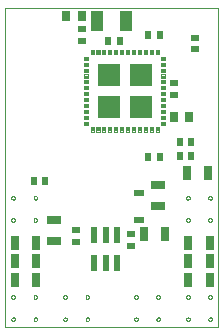
<source format=gbp>
G75*
%MOIN*%
%OFA0B0*%
%FSLAX25Y25*%
%IPPOS*%
%LPD*%
%AMOC8*
5,1,8,0,0,1.08239X$1,22.5*
%
%ADD10C,0.00000*%
%ADD11R,0.07520X0.07520*%
%ADD12C,0.00344*%
%ADD13R,0.02362X0.02756*%
%ADD14R,0.03937X0.06693*%
%ADD15R,0.02756X0.02362*%
%ADD16R,0.02756X0.03543*%
%ADD17R,0.03150X0.04724*%
%ADD18R,0.04724X0.03150*%
%ADD19R,0.02323X0.05709*%
%ADD20R,0.03268X0.02480*%
D10*
X0029368Y0021236D02*
X0029368Y0127535D01*
X0100234Y0127535D01*
X0100234Y0021236D01*
X0029368Y0021236D01*
X0031375Y0023835D02*
X0031377Y0023883D01*
X0031383Y0023931D01*
X0031393Y0023978D01*
X0031406Y0024024D01*
X0031424Y0024069D01*
X0031444Y0024113D01*
X0031469Y0024155D01*
X0031497Y0024194D01*
X0031527Y0024231D01*
X0031561Y0024265D01*
X0031598Y0024297D01*
X0031636Y0024326D01*
X0031677Y0024351D01*
X0031720Y0024373D01*
X0031765Y0024391D01*
X0031811Y0024405D01*
X0031858Y0024416D01*
X0031906Y0024423D01*
X0031954Y0024426D01*
X0032002Y0024425D01*
X0032050Y0024420D01*
X0032098Y0024411D01*
X0032144Y0024399D01*
X0032189Y0024382D01*
X0032233Y0024362D01*
X0032275Y0024339D01*
X0032315Y0024312D01*
X0032353Y0024282D01*
X0032388Y0024249D01*
X0032420Y0024213D01*
X0032450Y0024175D01*
X0032476Y0024134D01*
X0032498Y0024091D01*
X0032518Y0024047D01*
X0032533Y0024002D01*
X0032545Y0023955D01*
X0032553Y0023907D01*
X0032557Y0023859D01*
X0032557Y0023811D01*
X0032553Y0023763D01*
X0032545Y0023715D01*
X0032533Y0023668D01*
X0032518Y0023623D01*
X0032498Y0023579D01*
X0032476Y0023536D01*
X0032450Y0023495D01*
X0032420Y0023457D01*
X0032388Y0023421D01*
X0032353Y0023388D01*
X0032315Y0023358D01*
X0032275Y0023331D01*
X0032233Y0023308D01*
X0032189Y0023288D01*
X0032144Y0023271D01*
X0032098Y0023259D01*
X0032050Y0023250D01*
X0032002Y0023245D01*
X0031954Y0023244D01*
X0031906Y0023247D01*
X0031858Y0023254D01*
X0031811Y0023265D01*
X0031765Y0023279D01*
X0031720Y0023297D01*
X0031677Y0023319D01*
X0031636Y0023344D01*
X0031598Y0023373D01*
X0031561Y0023405D01*
X0031527Y0023439D01*
X0031497Y0023476D01*
X0031469Y0023515D01*
X0031444Y0023557D01*
X0031424Y0023601D01*
X0031406Y0023646D01*
X0031393Y0023692D01*
X0031383Y0023739D01*
X0031377Y0023787D01*
X0031375Y0023835D01*
X0031375Y0031236D02*
X0031377Y0031284D01*
X0031383Y0031332D01*
X0031393Y0031379D01*
X0031406Y0031425D01*
X0031424Y0031470D01*
X0031444Y0031514D01*
X0031469Y0031556D01*
X0031497Y0031595D01*
X0031527Y0031632D01*
X0031561Y0031666D01*
X0031598Y0031698D01*
X0031636Y0031727D01*
X0031677Y0031752D01*
X0031720Y0031774D01*
X0031765Y0031792D01*
X0031811Y0031806D01*
X0031858Y0031817D01*
X0031906Y0031824D01*
X0031954Y0031827D01*
X0032002Y0031826D01*
X0032050Y0031821D01*
X0032098Y0031812D01*
X0032144Y0031800D01*
X0032189Y0031783D01*
X0032233Y0031763D01*
X0032275Y0031740D01*
X0032315Y0031713D01*
X0032353Y0031683D01*
X0032388Y0031650D01*
X0032420Y0031614D01*
X0032450Y0031576D01*
X0032476Y0031535D01*
X0032498Y0031492D01*
X0032518Y0031448D01*
X0032533Y0031403D01*
X0032545Y0031356D01*
X0032553Y0031308D01*
X0032557Y0031260D01*
X0032557Y0031212D01*
X0032553Y0031164D01*
X0032545Y0031116D01*
X0032533Y0031069D01*
X0032518Y0031024D01*
X0032498Y0030980D01*
X0032476Y0030937D01*
X0032450Y0030896D01*
X0032420Y0030858D01*
X0032388Y0030822D01*
X0032353Y0030789D01*
X0032315Y0030759D01*
X0032275Y0030732D01*
X0032233Y0030709D01*
X0032189Y0030689D01*
X0032144Y0030672D01*
X0032098Y0030660D01*
X0032050Y0030651D01*
X0032002Y0030646D01*
X0031954Y0030645D01*
X0031906Y0030648D01*
X0031858Y0030655D01*
X0031811Y0030666D01*
X0031765Y0030680D01*
X0031720Y0030698D01*
X0031677Y0030720D01*
X0031636Y0030745D01*
X0031598Y0030774D01*
X0031561Y0030806D01*
X0031527Y0030840D01*
X0031497Y0030877D01*
X0031469Y0030916D01*
X0031444Y0030958D01*
X0031424Y0031002D01*
X0031406Y0031047D01*
X0031393Y0031093D01*
X0031383Y0031140D01*
X0031377Y0031188D01*
X0031375Y0031236D01*
X0038777Y0031236D02*
X0038779Y0031284D01*
X0038785Y0031332D01*
X0038795Y0031379D01*
X0038808Y0031425D01*
X0038826Y0031470D01*
X0038846Y0031514D01*
X0038871Y0031556D01*
X0038899Y0031595D01*
X0038929Y0031632D01*
X0038963Y0031666D01*
X0039000Y0031698D01*
X0039038Y0031727D01*
X0039079Y0031752D01*
X0039122Y0031774D01*
X0039167Y0031792D01*
X0039213Y0031806D01*
X0039260Y0031817D01*
X0039308Y0031824D01*
X0039356Y0031827D01*
X0039404Y0031826D01*
X0039452Y0031821D01*
X0039500Y0031812D01*
X0039546Y0031800D01*
X0039591Y0031783D01*
X0039635Y0031763D01*
X0039677Y0031740D01*
X0039717Y0031713D01*
X0039755Y0031683D01*
X0039790Y0031650D01*
X0039822Y0031614D01*
X0039852Y0031576D01*
X0039878Y0031535D01*
X0039900Y0031492D01*
X0039920Y0031448D01*
X0039935Y0031403D01*
X0039947Y0031356D01*
X0039955Y0031308D01*
X0039959Y0031260D01*
X0039959Y0031212D01*
X0039955Y0031164D01*
X0039947Y0031116D01*
X0039935Y0031069D01*
X0039920Y0031024D01*
X0039900Y0030980D01*
X0039878Y0030937D01*
X0039852Y0030896D01*
X0039822Y0030858D01*
X0039790Y0030822D01*
X0039755Y0030789D01*
X0039717Y0030759D01*
X0039677Y0030732D01*
X0039635Y0030709D01*
X0039591Y0030689D01*
X0039546Y0030672D01*
X0039500Y0030660D01*
X0039452Y0030651D01*
X0039404Y0030646D01*
X0039356Y0030645D01*
X0039308Y0030648D01*
X0039260Y0030655D01*
X0039213Y0030666D01*
X0039167Y0030680D01*
X0039122Y0030698D01*
X0039079Y0030720D01*
X0039038Y0030745D01*
X0039000Y0030774D01*
X0038963Y0030806D01*
X0038929Y0030840D01*
X0038899Y0030877D01*
X0038871Y0030916D01*
X0038846Y0030958D01*
X0038826Y0031002D01*
X0038808Y0031047D01*
X0038795Y0031093D01*
X0038785Y0031140D01*
X0038779Y0031188D01*
X0038777Y0031236D01*
X0038777Y0023835D02*
X0038779Y0023883D01*
X0038785Y0023931D01*
X0038795Y0023978D01*
X0038808Y0024024D01*
X0038826Y0024069D01*
X0038846Y0024113D01*
X0038871Y0024155D01*
X0038899Y0024194D01*
X0038929Y0024231D01*
X0038963Y0024265D01*
X0039000Y0024297D01*
X0039038Y0024326D01*
X0039079Y0024351D01*
X0039122Y0024373D01*
X0039167Y0024391D01*
X0039213Y0024405D01*
X0039260Y0024416D01*
X0039308Y0024423D01*
X0039356Y0024426D01*
X0039404Y0024425D01*
X0039452Y0024420D01*
X0039500Y0024411D01*
X0039546Y0024399D01*
X0039591Y0024382D01*
X0039635Y0024362D01*
X0039677Y0024339D01*
X0039717Y0024312D01*
X0039755Y0024282D01*
X0039790Y0024249D01*
X0039822Y0024213D01*
X0039852Y0024175D01*
X0039878Y0024134D01*
X0039900Y0024091D01*
X0039920Y0024047D01*
X0039935Y0024002D01*
X0039947Y0023955D01*
X0039955Y0023907D01*
X0039959Y0023859D01*
X0039959Y0023811D01*
X0039955Y0023763D01*
X0039947Y0023715D01*
X0039935Y0023668D01*
X0039920Y0023623D01*
X0039900Y0023579D01*
X0039878Y0023536D01*
X0039852Y0023495D01*
X0039822Y0023457D01*
X0039790Y0023421D01*
X0039755Y0023388D01*
X0039717Y0023358D01*
X0039677Y0023331D01*
X0039635Y0023308D01*
X0039591Y0023288D01*
X0039546Y0023271D01*
X0039500Y0023259D01*
X0039452Y0023250D01*
X0039404Y0023245D01*
X0039356Y0023244D01*
X0039308Y0023247D01*
X0039260Y0023254D01*
X0039213Y0023265D01*
X0039167Y0023279D01*
X0039122Y0023297D01*
X0039079Y0023319D01*
X0039038Y0023344D01*
X0039000Y0023373D01*
X0038963Y0023405D01*
X0038929Y0023439D01*
X0038899Y0023476D01*
X0038871Y0023515D01*
X0038846Y0023557D01*
X0038826Y0023601D01*
X0038808Y0023646D01*
X0038795Y0023692D01*
X0038785Y0023739D01*
X0038779Y0023787D01*
X0038777Y0023835D01*
X0048698Y0023835D02*
X0048700Y0023883D01*
X0048706Y0023931D01*
X0048716Y0023978D01*
X0048729Y0024024D01*
X0048747Y0024069D01*
X0048767Y0024113D01*
X0048792Y0024155D01*
X0048820Y0024194D01*
X0048850Y0024231D01*
X0048884Y0024265D01*
X0048921Y0024297D01*
X0048959Y0024326D01*
X0049000Y0024351D01*
X0049043Y0024373D01*
X0049088Y0024391D01*
X0049134Y0024405D01*
X0049181Y0024416D01*
X0049229Y0024423D01*
X0049277Y0024426D01*
X0049325Y0024425D01*
X0049373Y0024420D01*
X0049421Y0024411D01*
X0049467Y0024399D01*
X0049512Y0024382D01*
X0049556Y0024362D01*
X0049598Y0024339D01*
X0049638Y0024312D01*
X0049676Y0024282D01*
X0049711Y0024249D01*
X0049743Y0024213D01*
X0049773Y0024175D01*
X0049799Y0024134D01*
X0049821Y0024091D01*
X0049841Y0024047D01*
X0049856Y0024002D01*
X0049868Y0023955D01*
X0049876Y0023907D01*
X0049880Y0023859D01*
X0049880Y0023811D01*
X0049876Y0023763D01*
X0049868Y0023715D01*
X0049856Y0023668D01*
X0049841Y0023623D01*
X0049821Y0023579D01*
X0049799Y0023536D01*
X0049773Y0023495D01*
X0049743Y0023457D01*
X0049711Y0023421D01*
X0049676Y0023388D01*
X0049638Y0023358D01*
X0049598Y0023331D01*
X0049556Y0023308D01*
X0049512Y0023288D01*
X0049467Y0023271D01*
X0049421Y0023259D01*
X0049373Y0023250D01*
X0049325Y0023245D01*
X0049277Y0023244D01*
X0049229Y0023247D01*
X0049181Y0023254D01*
X0049134Y0023265D01*
X0049088Y0023279D01*
X0049043Y0023297D01*
X0049000Y0023319D01*
X0048959Y0023344D01*
X0048921Y0023373D01*
X0048884Y0023405D01*
X0048850Y0023439D01*
X0048820Y0023476D01*
X0048792Y0023515D01*
X0048767Y0023557D01*
X0048747Y0023601D01*
X0048729Y0023646D01*
X0048716Y0023692D01*
X0048706Y0023739D01*
X0048700Y0023787D01*
X0048698Y0023835D01*
X0048698Y0031236D02*
X0048700Y0031284D01*
X0048706Y0031332D01*
X0048716Y0031379D01*
X0048729Y0031425D01*
X0048747Y0031470D01*
X0048767Y0031514D01*
X0048792Y0031556D01*
X0048820Y0031595D01*
X0048850Y0031632D01*
X0048884Y0031666D01*
X0048921Y0031698D01*
X0048959Y0031727D01*
X0049000Y0031752D01*
X0049043Y0031774D01*
X0049088Y0031792D01*
X0049134Y0031806D01*
X0049181Y0031817D01*
X0049229Y0031824D01*
X0049277Y0031827D01*
X0049325Y0031826D01*
X0049373Y0031821D01*
X0049421Y0031812D01*
X0049467Y0031800D01*
X0049512Y0031783D01*
X0049556Y0031763D01*
X0049598Y0031740D01*
X0049638Y0031713D01*
X0049676Y0031683D01*
X0049711Y0031650D01*
X0049743Y0031614D01*
X0049773Y0031576D01*
X0049799Y0031535D01*
X0049821Y0031492D01*
X0049841Y0031448D01*
X0049856Y0031403D01*
X0049868Y0031356D01*
X0049876Y0031308D01*
X0049880Y0031260D01*
X0049880Y0031212D01*
X0049876Y0031164D01*
X0049868Y0031116D01*
X0049856Y0031069D01*
X0049841Y0031024D01*
X0049821Y0030980D01*
X0049799Y0030937D01*
X0049773Y0030896D01*
X0049743Y0030858D01*
X0049711Y0030822D01*
X0049676Y0030789D01*
X0049638Y0030759D01*
X0049598Y0030732D01*
X0049556Y0030709D01*
X0049512Y0030689D01*
X0049467Y0030672D01*
X0049421Y0030660D01*
X0049373Y0030651D01*
X0049325Y0030646D01*
X0049277Y0030645D01*
X0049229Y0030648D01*
X0049181Y0030655D01*
X0049134Y0030666D01*
X0049088Y0030680D01*
X0049043Y0030698D01*
X0049000Y0030720D01*
X0048959Y0030745D01*
X0048921Y0030774D01*
X0048884Y0030806D01*
X0048850Y0030840D01*
X0048820Y0030877D01*
X0048792Y0030916D01*
X0048767Y0030958D01*
X0048747Y0031002D01*
X0048729Y0031047D01*
X0048716Y0031093D01*
X0048706Y0031140D01*
X0048700Y0031188D01*
X0048698Y0031236D01*
X0056100Y0031236D02*
X0056102Y0031284D01*
X0056108Y0031332D01*
X0056118Y0031379D01*
X0056131Y0031425D01*
X0056149Y0031470D01*
X0056169Y0031514D01*
X0056194Y0031556D01*
X0056222Y0031595D01*
X0056252Y0031632D01*
X0056286Y0031666D01*
X0056323Y0031698D01*
X0056361Y0031727D01*
X0056402Y0031752D01*
X0056445Y0031774D01*
X0056490Y0031792D01*
X0056536Y0031806D01*
X0056583Y0031817D01*
X0056631Y0031824D01*
X0056679Y0031827D01*
X0056727Y0031826D01*
X0056775Y0031821D01*
X0056823Y0031812D01*
X0056869Y0031800D01*
X0056914Y0031783D01*
X0056958Y0031763D01*
X0057000Y0031740D01*
X0057040Y0031713D01*
X0057078Y0031683D01*
X0057113Y0031650D01*
X0057145Y0031614D01*
X0057175Y0031576D01*
X0057201Y0031535D01*
X0057223Y0031492D01*
X0057243Y0031448D01*
X0057258Y0031403D01*
X0057270Y0031356D01*
X0057278Y0031308D01*
X0057282Y0031260D01*
X0057282Y0031212D01*
X0057278Y0031164D01*
X0057270Y0031116D01*
X0057258Y0031069D01*
X0057243Y0031024D01*
X0057223Y0030980D01*
X0057201Y0030937D01*
X0057175Y0030896D01*
X0057145Y0030858D01*
X0057113Y0030822D01*
X0057078Y0030789D01*
X0057040Y0030759D01*
X0057000Y0030732D01*
X0056958Y0030709D01*
X0056914Y0030689D01*
X0056869Y0030672D01*
X0056823Y0030660D01*
X0056775Y0030651D01*
X0056727Y0030646D01*
X0056679Y0030645D01*
X0056631Y0030648D01*
X0056583Y0030655D01*
X0056536Y0030666D01*
X0056490Y0030680D01*
X0056445Y0030698D01*
X0056402Y0030720D01*
X0056361Y0030745D01*
X0056323Y0030774D01*
X0056286Y0030806D01*
X0056252Y0030840D01*
X0056222Y0030877D01*
X0056194Y0030916D01*
X0056169Y0030958D01*
X0056149Y0031002D01*
X0056131Y0031047D01*
X0056118Y0031093D01*
X0056108Y0031140D01*
X0056102Y0031188D01*
X0056100Y0031236D01*
X0056100Y0023835D02*
X0056102Y0023883D01*
X0056108Y0023931D01*
X0056118Y0023978D01*
X0056131Y0024024D01*
X0056149Y0024069D01*
X0056169Y0024113D01*
X0056194Y0024155D01*
X0056222Y0024194D01*
X0056252Y0024231D01*
X0056286Y0024265D01*
X0056323Y0024297D01*
X0056361Y0024326D01*
X0056402Y0024351D01*
X0056445Y0024373D01*
X0056490Y0024391D01*
X0056536Y0024405D01*
X0056583Y0024416D01*
X0056631Y0024423D01*
X0056679Y0024426D01*
X0056727Y0024425D01*
X0056775Y0024420D01*
X0056823Y0024411D01*
X0056869Y0024399D01*
X0056914Y0024382D01*
X0056958Y0024362D01*
X0057000Y0024339D01*
X0057040Y0024312D01*
X0057078Y0024282D01*
X0057113Y0024249D01*
X0057145Y0024213D01*
X0057175Y0024175D01*
X0057201Y0024134D01*
X0057223Y0024091D01*
X0057243Y0024047D01*
X0057258Y0024002D01*
X0057270Y0023955D01*
X0057278Y0023907D01*
X0057282Y0023859D01*
X0057282Y0023811D01*
X0057278Y0023763D01*
X0057270Y0023715D01*
X0057258Y0023668D01*
X0057243Y0023623D01*
X0057223Y0023579D01*
X0057201Y0023536D01*
X0057175Y0023495D01*
X0057145Y0023457D01*
X0057113Y0023421D01*
X0057078Y0023388D01*
X0057040Y0023358D01*
X0057000Y0023331D01*
X0056958Y0023308D01*
X0056914Y0023288D01*
X0056869Y0023271D01*
X0056823Y0023259D01*
X0056775Y0023250D01*
X0056727Y0023245D01*
X0056679Y0023244D01*
X0056631Y0023247D01*
X0056583Y0023254D01*
X0056536Y0023265D01*
X0056490Y0023279D01*
X0056445Y0023297D01*
X0056402Y0023319D01*
X0056361Y0023344D01*
X0056323Y0023373D01*
X0056286Y0023405D01*
X0056252Y0023439D01*
X0056222Y0023476D01*
X0056194Y0023515D01*
X0056169Y0023557D01*
X0056149Y0023601D01*
X0056131Y0023646D01*
X0056118Y0023692D01*
X0056108Y0023739D01*
X0056102Y0023787D01*
X0056100Y0023835D01*
X0072320Y0023835D02*
X0072322Y0023883D01*
X0072328Y0023931D01*
X0072338Y0023978D01*
X0072351Y0024024D01*
X0072369Y0024069D01*
X0072389Y0024113D01*
X0072414Y0024155D01*
X0072442Y0024194D01*
X0072472Y0024231D01*
X0072506Y0024265D01*
X0072543Y0024297D01*
X0072581Y0024326D01*
X0072622Y0024351D01*
X0072665Y0024373D01*
X0072710Y0024391D01*
X0072756Y0024405D01*
X0072803Y0024416D01*
X0072851Y0024423D01*
X0072899Y0024426D01*
X0072947Y0024425D01*
X0072995Y0024420D01*
X0073043Y0024411D01*
X0073089Y0024399D01*
X0073134Y0024382D01*
X0073178Y0024362D01*
X0073220Y0024339D01*
X0073260Y0024312D01*
X0073298Y0024282D01*
X0073333Y0024249D01*
X0073365Y0024213D01*
X0073395Y0024175D01*
X0073421Y0024134D01*
X0073443Y0024091D01*
X0073463Y0024047D01*
X0073478Y0024002D01*
X0073490Y0023955D01*
X0073498Y0023907D01*
X0073502Y0023859D01*
X0073502Y0023811D01*
X0073498Y0023763D01*
X0073490Y0023715D01*
X0073478Y0023668D01*
X0073463Y0023623D01*
X0073443Y0023579D01*
X0073421Y0023536D01*
X0073395Y0023495D01*
X0073365Y0023457D01*
X0073333Y0023421D01*
X0073298Y0023388D01*
X0073260Y0023358D01*
X0073220Y0023331D01*
X0073178Y0023308D01*
X0073134Y0023288D01*
X0073089Y0023271D01*
X0073043Y0023259D01*
X0072995Y0023250D01*
X0072947Y0023245D01*
X0072899Y0023244D01*
X0072851Y0023247D01*
X0072803Y0023254D01*
X0072756Y0023265D01*
X0072710Y0023279D01*
X0072665Y0023297D01*
X0072622Y0023319D01*
X0072581Y0023344D01*
X0072543Y0023373D01*
X0072506Y0023405D01*
X0072472Y0023439D01*
X0072442Y0023476D01*
X0072414Y0023515D01*
X0072389Y0023557D01*
X0072369Y0023601D01*
X0072351Y0023646D01*
X0072338Y0023692D01*
X0072328Y0023739D01*
X0072322Y0023787D01*
X0072320Y0023835D01*
X0072320Y0031236D02*
X0072322Y0031284D01*
X0072328Y0031332D01*
X0072338Y0031379D01*
X0072351Y0031425D01*
X0072369Y0031470D01*
X0072389Y0031514D01*
X0072414Y0031556D01*
X0072442Y0031595D01*
X0072472Y0031632D01*
X0072506Y0031666D01*
X0072543Y0031698D01*
X0072581Y0031727D01*
X0072622Y0031752D01*
X0072665Y0031774D01*
X0072710Y0031792D01*
X0072756Y0031806D01*
X0072803Y0031817D01*
X0072851Y0031824D01*
X0072899Y0031827D01*
X0072947Y0031826D01*
X0072995Y0031821D01*
X0073043Y0031812D01*
X0073089Y0031800D01*
X0073134Y0031783D01*
X0073178Y0031763D01*
X0073220Y0031740D01*
X0073260Y0031713D01*
X0073298Y0031683D01*
X0073333Y0031650D01*
X0073365Y0031614D01*
X0073395Y0031576D01*
X0073421Y0031535D01*
X0073443Y0031492D01*
X0073463Y0031448D01*
X0073478Y0031403D01*
X0073490Y0031356D01*
X0073498Y0031308D01*
X0073502Y0031260D01*
X0073502Y0031212D01*
X0073498Y0031164D01*
X0073490Y0031116D01*
X0073478Y0031069D01*
X0073463Y0031024D01*
X0073443Y0030980D01*
X0073421Y0030937D01*
X0073395Y0030896D01*
X0073365Y0030858D01*
X0073333Y0030822D01*
X0073298Y0030789D01*
X0073260Y0030759D01*
X0073220Y0030732D01*
X0073178Y0030709D01*
X0073134Y0030689D01*
X0073089Y0030672D01*
X0073043Y0030660D01*
X0072995Y0030651D01*
X0072947Y0030646D01*
X0072899Y0030645D01*
X0072851Y0030648D01*
X0072803Y0030655D01*
X0072756Y0030666D01*
X0072710Y0030680D01*
X0072665Y0030698D01*
X0072622Y0030720D01*
X0072581Y0030745D01*
X0072543Y0030774D01*
X0072506Y0030806D01*
X0072472Y0030840D01*
X0072442Y0030877D01*
X0072414Y0030916D01*
X0072389Y0030958D01*
X0072369Y0031002D01*
X0072351Y0031047D01*
X0072338Y0031093D01*
X0072328Y0031140D01*
X0072322Y0031188D01*
X0072320Y0031236D01*
X0079722Y0031236D02*
X0079724Y0031284D01*
X0079730Y0031332D01*
X0079740Y0031379D01*
X0079753Y0031425D01*
X0079771Y0031470D01*
X0079791Y0031514D01*
X0079816Y0031556D01*
X0079844Y0031595D01*
X0079874Y0031632D01*
X0079908Y0031666D01*
X0079945Y0031698D01*
X0079983Y0031727D01*
X0080024Y0031752D01*
X0080067Y0031774D01*
X0080112Y0031792D01*
X0080158Y0031806D01*
X0080205Y0031817D01*
X0080253Y0031824D01*
X0080301Y0031827D01*
X0080349Y0031826D01*
X0080397Y0031821D01*
X0080445Y0031812D01*
X0080491Y0031800D01*
X0080536Y0031783D01*
X0080580Y0031763D01*
X0080622Y0031740D01*
X0080662Y0031713D01*
X0080700Y0031683D01*
X0080735Y0031650D01*
X0080767Y0031614D01*
X0080797Y0031576D01*
X0080823Y0031535D01*
X0080845Y0031492D01*
X0080865Y0031448D01*
X0080880Y0031403D01*
X0080892Y0031356D01*
X0080900Y0031308D01*
X0080904Y0031260D01*
X0080904Y0031212D01*
X0080900Y0031164D01*
X0080892Y0031116D01*
X0080880Y0031069D01*
X0080865Y0031024D01*
X0080845Y0030980D01*
X0080823Y0030937D01*
X0080797Y0030896D01*
X0080767Y0030858D01*
X0080735Y0030822D01*
X0080700Y0030789D01*
X0080662Y0030759D01*
X0080622Y0030732D01*
X0080580Y0030709D01*
X0080536Y0030689D01*
X0080491Y0030672D01*
X0080445Y0030660D01*
X0080397Y0030651D01*
X0080349Y0030646D01*
X0080301Y0030645D01*
X0080253Y0030648D01*
X0080205Y0030655D01*
X0080158Y0030666D01*
X0080112Y0030680D01*
X0080067Y0030698D01*
X0080024Y0030720D01*
X0079983Y0030745D01*
X0079945Y0030774D01*
X0079908Y0030806D01*
X0079874Y0030840D01*
X0079844Y0030877D01*
X0079816Y0030916D01*
X0079791Y0030958D01*
X0079771Y0031002D01*
X0079753Y0031047D01*
X0079740Y0031093D01*
X0079730Y0031140D01*
X0079724Y0031188D01*
X0079722Y0031236D01*
X0079722Y0023835D02*
X0079724Y0023883D01*
X0079730Y0023931D01*
X0079740Y0023978D01*
X0079753Y0024024D01*
X0079771Y0024069D01*
X0079791Y0024113D01*
X0079816Y0024155D01*
X0079844Y0024194D01*
X0079874Y0024231D01*
X0079908Y0024265D01*
X0079945Y0024297D01*
X0079983Y0024326D01*
X0080024Y0024351D01*
X0080067Y0024373D01*
X0080112Y0024391D01*
X0080158Y0024405D01*
X0080205Y0024416D01*
X0080253Y0024423D01*
X0080301Y0024426D01*
X0080349Y0024425D01*
X0080397Y0024420D01*
X0080445Y0024411D01*
X0080491Y0024399D01*
X0080536Y0024382D01*
X0080580Y0024362D01*
X0080622Y0024339D01*
X0080662Y0024312D01*
X0080700Y0024282D01*
X0080735Y0024249D01*
X0080767Y0024213D01*
X0080797Y0024175D01*
X0080823Y0024134D01*
X0080845Y0024091D01*
X0080865Y0024047D01*
X0080880Y0024002D01*
X0080892Y0023955D01*
X0080900Y0023907D01*
X0080904Y0023859D01*
X0080904Y0023811D01*
X0080900Y0023763D01*
X0080892Y0023715D01*
X0080880Y0023668D01*
X0080865Y0023623D01*
X0080845Y0023579D01*
X0080823Y0023536D01*
X0080797Y0023495D01*
X0080767Y0023457D01*
X0080735Y0023421D01*
X0080700Y0023388D01*
X0080662Y0023358D01*
X0080622Y0023331D01*
X0080580Y0023308D01*
X0080536Y0023288D01*
X0080491Y0023271D01*
X0080445Y0023259D01*
X0080397Y0023250D01*
X0080349Y0023245D01*
X0080301Y0023244D01*
X0080253Y0023247D01*
X0080205Y0023254D01*
X0080158Y0023265D01*
X0080112Y0023279D01*
X0080067Y0023297D01*
X0080024Y0023319D01*
X0079983Y0023344D01*
X0079945Y0023373D01*
X0079908Y0023405D01*
X0079874Y0023439D01*
X0079844Y0023476D01*
X0079816Y0023515D01*
X0079791Y0023557D01*
X0079771Y0023601D01*
X0079753Y0023646D01*
X0079740Y0023692D01*
X0079730Y0023739D01*
X0079724Y0023787D01*
X0079722Y0023835D01*
X0089643Y0023835D02*
X0089645Y0023883D01*
X0089651Y0023931D01*
X0089661Y0023978D01*
X0089674Y0024024D01*
X0089692Y0024069D01*
X0089712Y0024113D01*
X0089737Y0024155D01*
X0089765Y0024194D01*
X0089795Y0024231D01*
X0089829Y0024265D01*
X0089866Y0024297D01*
X0089904Y0024326D01*
X0089945Y0024351D01*
X0089988Y0024373D01*
X0090033Y0024391D01*
X0090079Y0024405D01*
X0090126Y0024416D01*
X0090174Y0024423D01*
X0090222Y0024426D01*
X0090270Y0024425D01*
X0090318Y0024420D01*
X0090366Y0024411D01*
X0090412Y0024399D01*
X0090457Y0024382D01*
X0090501Y0024362D01*
X0090543Y0024339D01*
X0090583Y0024312D01*
X0090621Y0024282D01*
X0090656Y0024249D01*
X0090688Y0024213D01*
X0090718Y0024175D01*
X0090744Y0024134D01*
X0090766Y0024091D01*
X0090786Y0024047D01*
X0090801Y0024002D01*
X0090813Y0023955D01*
X0090821Y0023907D01*
X0090825Y0023859D01*
X0090825Y0023811D01*
X0090821Y0023763D01*
X0090813Y0023715D01*
X0090801Y0023668D01*
X0090786Y0023623D01*
X0090766Y0023579D01*
X0090744Y0023536D01*
X0090718Y0023495D01*
X0090688Y0023457D01*
X0090656Y0023421D01*
X0090621Y0023388D01*
X0090583Y0023358D01*
X0090543Y0023331D01*
X0090501Y0023308D01*
X0090457Y0023288D01*
X0090412Y0023271D01*
X0090366Y0023259D01*
X0090318Y0023250D01*
X0090270Y0023245D01*
X0090222Y0023244D01*
X0090174Y0023247D01*
X0090126Y0023254D01*
X0090079Y0023265D01*
X0090033Y0023279D01*
X0089988Y0023297D01*
X0089945Y0023319D01*
X0089904Y0023344D01*
X0089866Y0023373D01*
X0089829Y0023405D01*
X0089795Y0023439D01*
X0089765Y0023476D01*
X0089737Y0023515D01*
X0089712Y0023557D01*
X0089692Y0023601D01*
X0089674Y0023646D01*
X0089661Y0023692D01*
X0089651Y0023739D01*
X0089645Y0023787D01*
X0089643Y0023835D01*
X0089643Y0031236D02*
X0089645Y0031284D01*
X0089651Y0031332D01*
X0089661Y0031379D01*
X0089674Y0031425D01*
X0089692Y0031470D01*
X0089712Y0031514D01*
X0089737Y0031556D01*
X0089765Y0031595D01*
X0089795Y0031632D01*
X0089829Y0031666D01*
X0089866Y0031698D01*
X0089904Y0031727D01*
X0089945Y0031752D01*
X0089988Y0031774D01*
X0090033Y0031792D01*
X0090079Y0031806D01*
X0090126Y0031817D01*
X0090174Y0031824D01*
X0090222Y0031827D01*
X0090270Y0031826D01*
X0090318Y0031821D01*
X0090366Y0031812D01*
X0090412Y0031800D01*
X0090457Y0031783D01*
X0090501Y0031763D01*
X0090543Y0031740D01*
X0090583Y0031713D01*
X0090621Y0031683D01*
X0090656Y0031650D01*
X0090688Y0031614D01*
X0090718Y0031576D01*
X0090744Y0031535D01*
X0090766Y0031492D01*
X0090786Y0031448D01*
X0090801Y0031403D01*
X0090813Y0031356D01*
X0090821Y0031308D01*
X0090825Y0031260D01*
X0090825Y0031212D01*
X0090821Y0031164D01*
X0090813Y0031116D01*
X0090801Y0031069D01*
X0090786Y0031024D01*
X0090766Y0030980D01*
X0090744Y0030937D01*
X0090718Y0030896D01*
X0090688Y0030858D01*
X0090656Y0030822D01*
X0090621Y0030789D01*
X0090583Y0030759D01*
X0090543Y0030732D01*
X0090501Y0030709D01*
X0090457Y0030689D01*
X0090412Y0030672D01*
X0090366Y0030660D01*
X0090318Y0030651D01*
X0090270Y0030646D01*
X0090222Y0030645D01*
X0090174Y0030648D01*
X0090126Y0030655D01*
X0090079Y0030666D01*
X0090033Y0030680D01*
X0089988Y0030698D01*
X0089945Y0030720D01*
X0089904Y0030745D01*
X0089866Y0030774D01*
X0089829Y0030806D01*
X0089795Y0030840D01*
X0089765Y0030877D01*
X0089737Y0030916D01*
X0089712Y0030958D01*
X0089692Y0031002D01*
X0089674Y0031047D01*
X0089661Y0031093D01*
X0089651Y0031140D01*
X0089645Y0031188D01*
X0089643Y0031236D01*
X0097044Y0031236D02*
X0097046Y0031284D01*
X0097052Y0031332D01*
X0097062Y0031379D01*
X0097075Y0031425D01*
X0097093Y0031470D01*
X0097113Y0031514D01*
X0097138Y0031556D01*
X0097166Y0031595D01*
X0097196Y0031632D01*
X0097230Y0031666D01*
X0097267Y0031698D01*
X0097305Y0031727D01*
X0097346Y0031752D01*
X0097389Y0031774D01*
X0097434Y0031792D01*
X0097480Y0031806D01*
X0097527Y0031817D01*
X0097575Y0031824D01*
X0097623Y0031827D01*
X0097671Y0031826D01*
X0097719Y0031821D01*
X0097767Y0031812D01*
X0097813Y0031800D01*
X0097858Y0031783D01*
X0097902Y0031763D01*
X0097944Y0031740D01*
X0097984Y0031713D01*
X0098022Y0031683D01*
X0098057Y0031650D01*
X0098089Y0031614D01*
X0098119Y0031576D01*
X0098145Y0031535D01*
X0098167Y0031492D01*
X0098187Y0031448D01*
X0098202Y0031403D01*
X0098214Y0031356D01*
X0098222Y0031308D01*
X0098226Y0031260D01*
X0098226Y0031212D01*
X0098222Y0031164D01*
X0098214Y0031116D01*
X0098202Y0031069D01*
X0098187Y0031024D01*
X0098167Y0030980D01*
X0098145Y0030937D01*
X0098119Y0030896D01*
X0098089Y0030858D01*
X0098057Y0030822D01*
X0098022Y0030789D01*
X0097984Y0030759D01*
X0097944Y0030732D01*
X0097902Y0030709D01*
X0097858Y0030689D01*
X0097813Y0030672D01*
X0097767Y0030660D01*
X0097719Y0030651D01*
X0097671Y0030646D01*
X0097623Y0030645D01*
X0097575Y0030648D01*
X0097527Y0030655D01*
X0097480Y0030666D01*
X0097434Y0030680D01*
X0097389Y0030698D01*
X0097346Y0030720D01*
X0097305Y0030745D01*
X0097267Y0030774D01*
X0097230Y0030806D01*
X0097196Y0030840D01*
X0097166Y0030877D01*
X0097138Y0030916D01*
X0097113Y0030958D01*
X0097093Y0031002D01*
X0097075Y0031047D01*
X0097062Y0031093D01*
X0097052Y0031140D01*
X0097046Y0031188D01*
X0097044Y0031236D01*
X0097044Y0023835D02*
X0097046Y0023883D01*
X0097052Y0023931D01*
X0097062Y0023978D01*
X0097075Y0024024D01*
X0097093Y0024069D01*
X0097113Y0024113D01*
X0097138Y0024155D01*
X0097166Y0024194D01*
X0097196Y0024231D01*
X0097230Y0024265D01*
X0097267Y0024297D01*
X0097305Y0024326D01*
X0097346Y0024351D01*
X0097389Y0024373D01*
X0097434Y0024391D01*
X0097480Y0024405D01*
X0097527Y0024416D01*
X0097575Y0024423D01*
X0097623Y0024426D01*
X0097671Y0024425D01*
X0097719Y0024420D01*
X0097767Y0024411D01*
X0097813Y0024399D01*
X0097858Y0024382D01*
X0097902Y0024362D01*
X0097944Y0024339D01*
X0097984Y0024312D01*
X0098022Y0024282D01*
X0098057Y0024249D01*
X0098089Y0024213D01*
X0098119Y0024175D01*
X0098145Y0024134D01*
X0098167Y0024091D01*
X0098187Y0024047D01*
X0098202Y0024002D01*
X0098214Y0023955D01*
X0098222Y0023907D01*
X0098226Y0023859D01*
X0098226Y0023811D01*
X0098222Y0023763D01*
X0098214Y0023715D01*
X0098202Y0023668D01*
X0098187Y0023623D01*
X0098167Y0023579D01*
X0098145Y0023536D01*
X0098119Y0023495D01*
X0098089Y0023457D01*
X0098057Y0023421D01*
X0098022Y0023388D01*
X0097984Y0023358D01*
X0097944Y0023331D01*
X0097902Y0023308D01*
X0097858Y0023288D01*
X0097813Y0023271D01*
X0097767Y0023259D01*
X0097719Y0023250D01*
X0097671Y0023245D01*
X0097623Y0023244D01*
X0097575Y0023247D01*
X0097527Y0023254D01*
X0097480Y0023265D01*
X0097434Y0023279D01*
X0097389Y0023297D01*
X0097346Y0023319D01*
X0097305Y0023344D01*
X0097267Y0023373D01*
X0097230Y0023405D01*
X0097196Y0023439D01*
X0097166Y0023476D01*
X0097138Y0023515D01*
X0097113Y0023557D01*
X0097093Y0023601D01*
X0097075Y0023646D01*
X0097062Y0023692D01*
X0097052Y0023739D01*
X0097046Y0023787D01*
X0097044Y0023835D01*
X0097044Y0056906D02*
X0097046Y0056954D01*
X0097052Y0057002D01*
X0097062Y0057049D01*
X0097075Y0057095D01*
X0097093Y0057140D01*
X0097113Y0057184D01*
X0097138Y0057226D01*
X0097166Y0057265D01*
X0097196Y0057302D01*
X0097230Y0057336D01*
X0097267Y0057368D01*
X0097305Y0057397D01*
X0097346Y0057422D01*
X0097389Y0057444D01*
X0097434Y0057462D01*
X0097480Y0057476D01*
X0097527Y0057487D01*
X0097575Y0057494D01*
X0097623Y0057497D01*
X0097671Y0057496D01*
X0097719Y0057491D01*
X0097767Y0057482D01*
X0097813Y0057470D01*
X0097858Y0057453D01*
X0097902Y0057433D01*
X0097944Y0057410D01*
X0097984Y0057383D01*
X0098022Y0057353D01*
X0098057Y0057320D01*
X0098089Y0057284D01*
X0098119Y0057246D01*
X0098145Y0057205D01*
X0098167Y0057162D01*
X0098187Y0057118D01*
X0098202Y0057073D01*
X0098214Y0057026D01*
X0098222Y0056978D01*
X0098226Y0056930D01*
X0098226Y0056882D01*
X0098222Y0056834D01*
X0098214Y0056786D01*
X0098202Y0056739D01*
X0098187Y0056694D01*
X0098167Y0056650D01*
X0098145Y0056607D01*
X0098119Y0056566D01*
X0098089Y0056528D01*
X0098057Y0056492D01*
X0098022Y0056459D01*
X0097984Y0056429D01*
X0097944Y0056402D01*
X0097902Y0056379D01*
X0097858Y0056359D01*
X0097813Y0056342D01*
X0097767Y0056330D01*
X0097719Y0056321D01*
X0097671Y0056316D01*
X0097623Y0056315D01*
X0097575Y0056318D01*
X0097527Y0056325D01*
X0097480Y0056336D01*
X0097434Y0056350D01*
X0097389Y0056368D01*
X0097346Y0056390D01*
X0097305Y0056415D01*
X0097267Y0056444D01*
X0097230Y0056476D01*
X0097196Y0056510D01*
X0097166Y0056547D01*
X0097138Y0056586D01*
X0097113Y0056628D01*
X0097093Y0056672D01*
X0097075Y0056717D01*
X0097062Y0056763D01*
X0097052Y0056810D01*
X0097046Y0056858D01*
X0097044Y0056906D01*
X0097044Y0064307D02*
X0097046Y0064355D01*
X0097052Y0064403D01*
X0097062Y0064450D01*
X0097075Y0064496D01*
X0097093Y0064541D01*
X0097113Y0064585D01*
X0097138Y0064627D01*
X0097166Y0064666D01*
X0097196Y0064703D01*
X0097230Y0064737D01*
X0097267Y0064769D01*
X0097305Y0064798D01*
X0097346Y0064823D01*
X0097389Y0064845D01*
X0097434Y0064863D01*
X0097480Y0064877D01*
X0097527Y0064888D01*
X0097575Y0064895D01*
X0097623Y0064898D01*
X0097671Y0064897D01*
X0097719Y0064892D01*
X0097767Y0064883D01*
X0097813Y0064871D01*
X0097858Y0064854D01*
X0097902Y0064834D01*
X0097944Y0064811D01*
X0097984Y0064784D01*
X0098022Y0064754D01*
X0098057Y0064721D01*
X0098089Y0064685D01*
X0098119Y0064647D01*
X0098145Y0064606D01*
X0098167Y0064563D01*
X0098187Y0064519D01*
X0098202Y0064474D01*
X0098214Y0064427D01*
X0098222Y0064379D01*
X0098226Y0064331D01*
X0098226Y0064283D01*
X0098222Y0064235D01*
X0098214Y0064187D01*
X0098202Y0064140D01*
X0098187Y0064095D01*
X0098167Y0064051D01*
X0098145Y0064008D01*
X0098119Y0063967D01*
X0098089Y0063929D01*
X0098057Y0063893D01*
X0098022Y0063860D01*
X0097984Y0063830D01*
X0097944Y0063803D01*
X0097902Y0063780D01*
X0097858Y0063760D01*
X0097813Y0063743D01*
X0097767Y0063731D01*
X0097719Y0063722D01*
X0097671Y0063717D01*
X0097623Y0063716D01*
X0097575Y0063719D01*
X0097527Y0063726D01*
X0097480Y0063737D01*
X0097434Y0063751D01*
X0097389Y0063769D01*
X0097346Y0063791D01*
X0097305Y0063816D01*
X0097267Y0063845D01*
X0097230Y0063877D01*
X0097196Y0063911D01*
X0097166Y0063948D01*
X0097138Y0063987D01*
X0097113Y0064029D01*
X0097093Y0064073D01*
X0097075Y0064118D01*
X0097062Y0064164D01*
X0097052Y0064211D01*
X0097046Y0064259D01*
X0097044Y0064307D01*
X0089643Y0064307D02*
X0089645Y0064355D01*
X0089651Y0064403D01*
X0089661Y0064450D01*
X0089674Y0064496D01*
X0089692Y0064541D01*
X0089712Y0064585D01*
X0089737Y0064627D01*
X0089765Y0064666D01*
X0089795Y0064703D01*
X0089829Y0064737D01*
X0089866Y0064769D01*
X0089904Y0064798D01*
X0089945Y0064823D01*
X0089988Y0064845D01*
X0090033Y0064863D01*
X0090079Y0064877D01*
X0090126Y0064888D01*
X0090174Y0064895D01*
X0090222Y0064898D01*
X0090270Y0064897D01*
X0090318Y0064892D01*
X0090366Y0064883D01*
X0090412Y0064871D01*
X0090457Y0064854D01*
X0090501Y0064834D01*
X0090543Y0064811D01*
X0090583Y0064784D01*
X0090621Y0064754D01*
X0090656Y0064721D01*
X0090688Y0064685D01*
X0090718Y0064647D01*
X0090744Y0064606D01*
X0090766Y0064563D01*
X0090786Y0064519D01*
X0090801Y0064474D01*
X0090813Y0064427D01*
X0090821Y0064379D01*
X0090825Y0064331D01*
X0090825Y0064283D01*
X0090821Y0064235D01*
X0090813Y0064187D01*
X0090801Y0064140D01*
X0090786Y0064095D01*
X0090766Y0064051D01*
X0090744Y0064008D01*
X0090718Y0063967D01*
X0090688Y0063929D01*
X0090656Y0063893D01*
X0090621Y0063860D01*
X0090583Y0063830D01*
X0090543Y0063803D01*
X0090501Y0063780D01*
X0090457Y0063760D01*
X0090412Y0063743D01*
X0090366Y0063731D01*
X0090318Y0063722D01*
X0090270Y0063717D01*
X0090222Y0063716D01*
X0090174Y0063719D01*
X0090126Y0063726D01*
X0090079Y0063737D01*
X0090033Y0063751D01*
X0089988Y0063769D01*
X0089945Y0063791D01*
X0089904Y0063816D01*
X0089866Y0063845D01*
X0089829Y0063877D01*
X0089795Y0063911D01*
X0089765Y0063948D01*
X0089737Y0063987D01*
X0089712Y0064029D01*
X0089692Y0064073D01*
X0089674Y0064118D01*
X0089661Y0064164D01*
X0089651Y0064211D01*
X0089645Y0064259D01*
X0089643Y0064307D01*
X0089643Y0056906D02*
X0089645Y0056954D01*
X0089651Y0057002D01*
X0089661Y0057049D01*
X0089674Y0057095D01*
X0089692Y0057140D01*
X0089712Y0057184D01*
X0089737Y0057226D01*
X0089765Y0057265D01*
X0089795Y0057302D01*
X0089829Y0057336D01*
X0089866Y0057368D01*
X0089904Y0057397D01*
X0089945Y0057422D01*
X0089988Y0057444D01*
X0090033Y0057462D01*
X0090079Y0057476D01*
X0090126Y0057487D01*
X0090174Y0057494D01*
X0090222Y0057497D01*
X0090270Y0057496D01*
X0090318Y0057491D01*
X0090366Y0057482D01*
X0090412Y0057470D01*
X0090457Y0057453D01*
X0090501Y0057433D01*
X0090543Y0057410D01*
X0090583Y0057383D01*
X0090621Y0057353D01*
X0090656Y0057320D01*
X0090688Y0057284D01*
X0090718Y0057246D01*
X0090744Y0057205D01*
X0090766Y0057162D01*
X0090786Y0057118D01*
X0090801Y0057073D01*
X0090813Y0057026D01*
X0090821Y0056978D01*
X0090825Y0056930D01*
X0090825Y0056882D01*
X0090821Y0056834D01*
X0090813Y0056786D01*
X0090801Y0056739D01*
X0090786Y0056694D01*
X0090766Y0056650D01*
X0090744Y0056607D01*
X0090718Y0056566D01*
X0090688Y0056528D01*
X0090656Y0056492D01*
X0090621Y0056459D01*
X0090583Y0056429D01*
X0090543Y0056402D01*
X0090501Y0056379D01*
X0090457Y0056359D01*
X0090412Y0056342D01*
X0090366Y0056330D01*
X0090318Y0056321D01*
X0090270Y0056316D01*
X0090222Y0056315D01*
X0090174Y0056318D01*
X0090126Y0056325D01*
X0090079Y0056336D01*
X0090033Y0056350D01*
X0089988Y0056368D01*
X0089945Y0056390D01*
X0089904Y0056415D01*
X0089866Y0056444D01*
X0089829Y0056476D01*
X0089795Y0056510D01*
X0089765Y0056547D01*
X0089737Y0056586D01*
X0089712Y0056628D01*
X0089692Y0056672D01*
X0089674Y0056717D01*
X0089661Y0056763D01*
X0089651Y0056810D01*
X0089645Y0056858D01*
X0089643Y0056906D01*
X0038777Y0056906D02*
X0038779Y0056954D01*
X0038785Y0057002D01*
X0038795Y0057049D01*
X0038808Y0057095D01*
X0038826Y0057140D01*
X0038846Y0057184D01*
X0038871Y0057226D01*
X0038899Y0057265D01*
X0038929Y0057302D01*
X0038963Y0057336D01*
X0039000Y0057368D01*
X0039038Y0057397D01*
X0039079Y0057422D01*
X0039122Y0057444D01*
X0039167Y0057462D01*
X0039213Y0057476D01*
X0039260Y0057487D01*
X0039308Y0057494D01*
X0039356Y0057497D01*
X0039404Y0057496D01*
X0039452Y0057491D01*
X0039500Y0057482D01*
X0039546Y0057470D01*
X0039591Y0057453D01*
X0039635Y0057433D01*
X0039677Y0057410D01*
X0039717Y0057383D01*
X0039755Y0057353D01*
X0039790Y0057320D01*
X0039822Y0057284D01*
X0039852Y0057246D01*
X0039878Y0057205D01*
X0039900Y0057162D01*
X0039920Y0057118D01*
X0039935Y0057073D01*
X0039947Y0057026D01*
X0039955Y0056978D01*
X0039959Y0056930D01*
X0039959Y0056882D01*
X0039955Y0056834D01*
X0039947Y0056786D01*
X0039935Y0056739D01*
X0039920Y0056694D01*
X0039900Y0056650D01*
X0039878Y0056607D01*
X0039852Y0056566D01*
X0039822Y0056528D01*
X0039790Y0056492D01*
X0039755Y0056459D01*
X0039717Y0056429D01*
X0039677Y0056402D01*
X0039635Y0056379D01*
X0039591Y0056359D01*
X0039546Y0056342D01*
X0039500Y0056330D01*
X0039452Y0056321D01*
X0039404Y0056316D01*
X0039356Y0056315D01*
X0039308Y0056318D01*
X0039260Y0056325D01*
X0039213Y0056336D01*
X0039167Y0056350D01*
X0039122Y0056368D01*
X0039079Y0056390D01*
X0039038Y0056415D01*
X0039000Y0056444D01*
X0038963Y0056476D01*
X0038929Y0056510D01*
X0038899Y0056547D01*
X0038871Y0056586D01*
X0038846Y0056628D01*
X0038826Y0056672D01*
X0038808Y0056717D01*
X0038795Y0056763D01*
X0038785Y0056810D01*
X0038779Y0056858D01*
X0038777Y0056906D01*
X0038777Y0064307D02*
X0038779Y0064355D01*
X0038785Y0064403D01*
X0038795Y0064450D01*
X0038808Y0064496D01*
X0038826Y0064541D01*
X0038846Y0064585D01*
X0038871Y0064627D01*
X0038899Y0064666D01*
X0038929Y0064703D01*
X0038963Y0064737D01*
X0039000Y0064769D01*
X0039038Y0064798D01*
X0039079Y0064823D01*
X0039122Y0064845D01*
X0039167Y0064863D01*
X0039213Y0064877D01*
X0039260Y0064888D01*
X0039308Y0064895D01*
X0039356Y0064898D01*
X0039404Y0064897D01*
X0039452Y0064892D01*
X0039500Y0064883D01*
X0039546Y0064871D01*
X0039591Y0064854D01*
X0039635Y0064834D01*
X0039677Y0064811D01*
X0039717Y0064784D01*
X0039755Y0064754D01*
X0039790Y0064721D01*
X0039822Y0064685D01*
X0039852Y0064647D01*
X0039878Y0064606D01*
X0039900Y0064563D01*
X0039920Y0064519D01*
X0039935Y0064474D01*
X0039947Y0064427D01*
X0039955Y0064379D01*
X0039959Y0064331D01*
X0039959Y0064283D01*
X0039955Y0064235D01*
X0039947Y0064187D01*
X0039935Y0064140D01*
X0039920Y0064095D01*
X0039900Y0064051D01*
X0039878Y0064008D01*
X0039852Y0063967D01*
X0039822Y0063929D01*
X0039790Y0063893D01*
X0039755Y0063860D01*
X0039717Y0063830D01*
X0039677Y0063803D01*
X0039635Y0063780D01*
X0039591Y0063760D01*
X0039546Y0063743D01*
X0039500Y0063731D01*
X0039452Y0063722D01*
X0039404Y0063717D01*
X0039356Y0063716D01*
X0039308Y0063719D01*
X0039260Y0063726D01*
X0039213Y0063737D01*
X0039167Y0063751D01*
X0039122Y0063769D01*
X0039079Y0063791D01*
X0039038Y0063816D01*
X0039000Y0063845D01*
X0038963Y0063877D01*
X0038929Y0063911D01*
X0038899Y0063948D01*
X0038871Y0063987D01*
X0038846Y0064029D01*
X0038826Y0064073D01*
X0038808Y0064118D01*
X0038795Y0064164D01*
X0038785Y0064211D01*
X0038779Y0064259D01*
X0038777Y0064307D01*
X0031375Y0064307D02*
X0031377Y0064355D01*
X0031383Y0064403D01*
X0031393Y0064450D01*
X0031406Y0064496D01*
X0031424Y0064541D01*
X0031444Y0064585D01*
X0031469Y0064627D01*
X0031497Y0064666D01*
X0031527Y0064703D01*
X0031561Y0064737D01*
X0031598Y0064769D01*
X0031636Y0064798D01*
X0031677Y0064823D01*
X0031720Y0064845D01*
X0031765Y0064863D01*
X0031811Y0064877D01*
X0031858Y0064888D01*
X0031906Y0064895D01*
X0031954Y0064898D01*
X0032002Y0064897D01*
X0032050Y0064892D01*
X0032098Y0064883D01*
X0032144Y0064871D01*
X0032189Y0064854D01*
X0032233Y0064834D01*
X0032275Y0064811D01*
X0032315Y0064784D01*
X0032353Y0064754D01*
X0032388Y0064721D01*
X0032420Y0064685D01*
X0032450Y0064647D01*
X0032476Y0064606D01*
X0032498Y0064563D01*
X0032518Y0064519D01*
X0032533Y0064474D01*
X0032545Y0064427D01*
X0032553Y0064379D01*
X0032557Y0064331D01*
X0032557Y0064283D01*
X0032553Y0064235D01*
X0032545Y0064187D01*
X0032533Y0064140D01*
X0032518Y0064095D01*
X0032498Y0064051D01*
X0032476Y0064008D01*
X0032450Y0063967D01*
X0032420Y0063929D01*
X0032388Y0063893D01*
X0032353Y0063860D01*
X0032315Y0063830D01*
X0032275Y0063803D01*
X0032233Y0063780D01*
X0032189Y0063760D01*
X0032144Y0063743D01*
X0032098Y0063731D01*
X0032050Y0063722D01*
X0032002Y0063717D01*
X0031954Y0063716D01*
X0031906Y0063719D01*
X0031858Y0063726D01*
X0031811Y0063737D01*
X0031765Y0063751D01*
X0031720Y0063769D01*
X0031677Y0063791D01*
X0031636Y0063816D01*
X0031598Y0063845D01*
X0031561Y0063877D01*
X0031527Y0063911D01*
X0031497Y0063948D01*
X0031469Y0063987D01*
X0031444Y0064029D01*
X0031424Y0064073D01*
X0031406Y0064118D01*
X0031393Y0064164D01*
X0031383Y0064211D01*
X0031377Y0064259D01*
X0031375Y0064307D01*
X0031375Y0056906D02*
X0031377Y0056954D01*
X0031383Y0057002D01*
X0031393Y0057049D01*
X0031406Y0057095D01*
X0031424Y0057140D01*
X0031444Y0057184D01*
X0031469Y0057226D01*
X0031497Y0057265D01*
X0031527Y0057302D01*
X0031561Y0057336D01*
X0031598Y0057368D01*
X0031636Y0057397D01*
X0031677Y0057422D01*
X0031720Y0057444D01*
X0031765Y0057462D01*
X0031811Y0057476D01*
X0031858Y0057487D01*
X0031906Y0057494D01*
X0031954Y0057497D01*
X0032002Y0057496D01*
X0032050Y0057491D01*
X0032098Y0057482D01*
X0032144Y0057470D01*
X0032189Y0057453D01*
X0032233Y0057433D01*
X0032275Y0057410D01*
X0032315Y0057383D01*
X0032353Y0057353D01*
X0032388Y0057320D01*
X0032420Y0057284D01*
X0032450Y0057246D01*
X0032476Y0057205D01*
X0032498Y0057162D01*
X0032518Y0057118D01*
X0032533Y0057073D01*
X0032545Y0057026D01*
X0032553Y0056978D01*
X0032557Y0056930D01*
X0032557Y0056882D01*
X0032553Y0056834D01*
X0032545Y0056786D01*
X0032533Y0056739D01*
X0032518Y0056694D01*
X0032498Y0056650D01*
X0032476Y0056607D01*
X0032450Y0056566D01*
X0032420Y0056528D01*
X0032388Y0056492D01*
X0032353Y0056459D01*
X0032315Y0056429D01*
X0032275Y0056402D01*
X0032233Y0056379D01*
X0032189Y0056359D01*
X0032144Y0056342D01*
X0032098Y0056330D01*
X0032050Y0056321D01*
X0032002Y0056316D01*
X0031954Y0056315D01*
X0031906Y0056318D01*
X0031858Y0056325D01*
X0031811Y0056336D01*
X0031765Y0056350D01*
X0031720Y0056368D01*
X0031677Y0056390D01*
X0031636Y0056415D01*
X0031598Y0056444D01*
X0031561Y0056476D01*
X0031527Y0056510D01*
X0031497Y0056547D01*
X0031469Y0056586D01*
X0031444Y0056628D01*
X0031424Y0056672D01*
X0031406Y0056717D01*
X0031393Y0056763D01*
X0031383Y0056810D01*
X0031377Y0056858D01*
X0031375Y0056906D01*
D11*
X0063817Y0094661D03*
X0074446Y0094661D03*
X0074446Y0105291D03*
X0063817Y0105291D03*
D12*
X0064727Y0112117D02*
X0064727Y0113545D01*
X0064727Y0112117D02*
X0063693Y0112117D01*
X0063693Y0113545D01*
X0064727Y0113545D01*
X0064727Y0112460D02*
X0063693Y0112460D01*
X0063693Y0112803D02*
X0064727Y0112803D01*
X0064727Y0113146D02*
X0063693Y0113146D01*
X0063693Y0113489D02*
X0064727Y0113489D01*
X0066696Y0113545D02*
X0066696Y0112117D01*
X0065662Y0112117D01*
X0065662Y0113545D01*
X0066696Y0113545D01*
X0066696Y0112460D02*
X0065662Y0112460D01*
X0065662Y0112803D02*
X0066696Y0112803D01*
X0066696Y0113146D02*
X0065662Y0113146D01*
X0065662Y0113489D02*
X0066696Y0113489D01*
X0068664Y0113545D02*
X0068664Y0112117D01*
X0067630Y0112117D01*
X0067630Y0113545D01*
X0068664Y0113545D01*
X0068664Y0112460D02*
X0067630Y0112460D01*
X0067630Y0112803D02*
X0068664Y0112803D01*
X0068664Y0113146D02*
X0067630Y0113146D01*
X0067630Y0113489D02*
X0068664Y0113489D01*
X0070633Y0113545D02*
X0070633Y0112117D01*
X0069599Y0112117D01*
X0069599Y0113545D01*
X0070633Y0113545D01*
X0070633Y0112460D02*
X0069599Y0112460D01*
X0069599Y0112803D02*
X0070633Y0112803D01*
X0070633Y0113146D02*
X0069599Y0113146D01*
X0069599Y0113489D02*
X0070633Y0113489D01*
X0072601Y0113545D02*
X0072601Y0112117D01*
X0071567Y0112117D01*
X0071567Y0113545D01*
X0072601Y0113545D01*
X0072601Y0112460D02*
X0071567Y0112460D01*
X0071567Y0112803D02*
X0072601Y0112803D01*
X0072601Y0113146D02*
X0071567Y0113146D01*
X0071567Y0113489D02*
X0072601Y0113489D01*
X0074570Y0113545D02*
X0074570Y0112117D01*
X0073536Y0112117D01*
X0073536Y0113545D01*
X0074570Y0113545D01*
X0074570Y0112460D02*
X0073536Y0112460D01*
X0073536Y0112803D02*
X0074570Y0112803D01*
X0074570Y0113146D02*
X0073536Y0113146D01*
X0073536Y0113489D02*
X0074570Y0113489D01*
X0076538Y0113545D02*
X0076538Y0112117D01*
X0075504Y0112117D01*
X0075504Y0113545D01*
X0076538Y0113545D01*
X0076538Y0112460D02*
X0075504Y0112460D01*
X0075504Y0112803D02*
X0076538Y0112803D01*
X0076538Y0113146D02*
X0075504Y0113146D01*
X0075504Y0113489D02*
X0076538Y0113489D01*
X0078507Y0113545D02*
X0078507Y0112117D01*
X0077473Y0112117D01*
X0077473Y0113545D01*
X0078507Y0113545D01*
X0078507Y0112460D02*
X0077473Y0112460D01*
X0077473Y0112803D02*
X0078507Y0112803D01*
X0078507Y0113146D02*
X0077473Y0113146D01*
X0077473Y0113489D02*
X0078507Y0113489D01*
X0080475Y0113545D02*
X0080475Y0112117D01*
X0079441Y0112117D01*
X0079441Y0113545D01*
X0080475Y0113545D01*
X0080475Y0112460D02*
X0079441Y0112460D01*
X0079441Y0112803D02*
X0080475Y0112803D01*
X0080475Y0113146D02*
X0079441Y0113146D01*
X0079441Y0113489D02*
X0080475Y0113489D01*
X0081272Y0110286D02*
X0082700Y0110286D01*
X0081272Y0110286D02*
X0081272Y0111320D01*
X0082700Y0111320D01*
X0082700Y0110286D01*
X0082700Y0110629D02*
X0081272Y0110629D01*
X0081272Y0110972D02*
X0082700Y0110972D01*
X0082700Y0111315D02*
X0081272Y0111315D01*
X0081272Y0108318D02*
X0082700Y0108318D01*
X0081272Y0108318D02*
X0081272Y0109352D01*
X0082700Y0109352D01*
X0082700Y0108318D01*
X0082700Y0108661D02*
X0081272Y0108661D01*
X0081272Y0109004D02*
X0082700Y0109004D01*
X0082700Y0109347D02*
X0081272Y0109347D01*
X0081272Y0106349D02*
X0082700Y0106349D01*
X0081272Y0106349D02*
X0081272Y0107383D01*
X0082700Y0107383D01*
X0082700Y0106349D01*
X0082700Y0106692D02*
X0081272Y0106692D01*
X0081272Y0107035D02*
X0082700Y0107035D01*
X0082700Y0107378D02*
X0081272Y0107378D01*
X0081272Y0104381D02*
X0082700Y0104381D01*
X0081272Y0104381D02*
X0081272Y0105415D01*
X0082700Y0105415D01*
X0082700Y0104381D01*
X0082700Y0104724D02*
X0081272Y0104724D01*
X0081272Y0105067D02*
X0082700Y0105067D01*
X0082700Y0105410D02*
X0081272Y0105410D01*
X0081272Y0102412D02*
X0082700Y0102412D01*
X0081272Y0102412D02*
X0081272Y0103446D01*
X0082700Y0103446D01*
X0082700Y0102412D01*
X0082700Y0102755D02*
X0081272Y0102755D01*
X0081272Y0103098D02*
X0082700Y0103098D01*
X0082700Y0103441D02*
X0081272Y0103441D01*
X0081272Y0100444D02*
X0082700Y0100444D01*
X0081272Y0100444D02*
X0081272Y0101478D01*
X0082700Y0101478D01*
X0082700Y0100444D01*
X0082700Y0100787D02*
X0081272Y0100787D01*
X0081272Y0101130D02*
X0082700Y0101130D01*
X0082700Y0101473D02*
X0081272Y0101473D01*
X0081272Y0098475D02*
X0082700Y0098475D01*
X0081272Y0098475D02*
X0081272Y0099509D01*
X0082700Y0099509D01*
X0082700Y0098475D01*
X0082700Y0098818D02*
X0081272Y0098818D01*
X0081272Y0099161D02*
X0082700Y0099161D01*
X0082700Y0099504D02*
X0081272Y0099504D01*
X0081272Y0096507D02*
X0082700Y0096507D01*
X0081272Y0096507D02*
X0081272Y0097541D01*
X0082700Y0097541D01*
X0082700Y0096507D01*
X0082700Y0096850D02*
X0081272Y0096850D01*
X0081272Y0097193D02*
X0082700Y0097193D01*
X0082700Y0097536D02*
X0081272Y0097536D01*
X0081272Y0094538D02*
X0082700Y0094538D01*
X0081272Y0094538D02*
X0081272Y0095572D01*
X0082700Y0095572D01*
X0082700Y0094538D01*
X0082700Y0094881D02*
X0081272Y0094881D01*
X0081272Y0095224D02*
X0082700Y0095224D01*
X0082700Y0095567D02*
X0081272Y0095567D01*
X0081272Y0092570D02*
X0082700Y0092570D01*
X0081272Y0092570D02*
X0081272Y0093604D01*
X0082700Y0093604D01*
X0082700Y0092570D01*
X0082700Y0092913D02*
X0081272Y0092913D01*
X0081272Y0093256D02*
X0082700Y0093256D01*
X0082700Y0093599D02*
X0081272Y0093599D01*
X0081272Y0090601D02*
X0082700Y0090601D01*
X0081272Y0090601D02*
X0081272Y0091635D01*
X0082700Y0091635D01*
X0082700Y0090601D01*
X0082700Y0090944D02*
X0081272Y0090944D01*
X0081272Y0091287D02*
X0082700Y0091287D01*
X0082700Y0091630D02*
X0081272Y0091630D01*
X0081272Y0088633D02*
X0082700Y0088633D01*
X0081272Y0088633D02*
X0081272Y0089667D01*
X0082700Y0089667D01*
X0082700Y0088633D01*
X0082700Y0088976D02*
X0081272Y0088976D01*
X0081272Y0089319D02*
X0082700Y0089319D01*
X0082700Y0089662D02*
X0081272Y0089662D01*
X0079441Y0087836D02*
X0079441Y0086408D01*
X0079441Y0087836D02*
X0080475Y0087836D01*
X0080475Y0086408D01*
X0079441Y0086408D01*
X0079441Y0086751D02*
X0080475Y0086751D01*
X0080475Y0087094D02*
X0079441Y0087094D01*
X0079441Y0087437D02*
X0080475Y0087437D01*
X0080475Y0087780D02*
X0079441Y0087780D01*
X0077473Y0087836D02*
X0077473Y0086408D01*
X0077473Y0087836D02*
X0078507Y0087836D01*
X0078507Y0086408D01*
X0077473Y0086408D01*
X0077473Y0086751D02*
X0078507Y0086751D01*
X0078507Y0087094D02*
X0077473Y0087094D01*
X0077473Y0087437D02*
X0078507Y0087437D01*
X0078507Y0087780D02*
X0077473Y0087780D01*
X0075504Y0087836D02*
X0075504Y0086408D01*
X0075504Y0087836D02*
X0076538Y0087836D01*
X0076538Y0086408D01*
X0075504Y0086408D01*
X0075504Y0086751D02*
X0076538Y0086751D01*
X0076538Y0087094D02*
X0075504Y0087094D01*
X0075504Y0087437D02*
X0076538Y0087437D01*
X0076538Y0087780D02*
X0075504Y0087780D01*
X0073536Y0087836D02*
X0073536Y0086408D01*
X0073536Y0087836D02*
X0074570Y0087836D01*
X0074570Y0086408D01*
X0073536Y0086408D01*
X0073536Y0086751D02*
X0074570Y0086751D01*
X0074570Y0087094D02*
X0073536Y0087094D01*
X0073536Y0087437D02*
X0074570Y0087437D01*
X0074570Y0087780D02*
X0073536Y0087780D01*
X0071567Y0087836D02*
X0071567Y0086408D01*
X0071567Y0087836D02*
X0072601Y0087836D01*
X0072601Y0086408D01*
X0071567Y0086408D01*
X0071567Y0086751D02*
X0072601Y0086751D01*
X0072601Y0087094D02*
X0071567Y0087094D01*
X0071567Y0087437D02*
X0072601Y0087437D01*
X0072601Y0087780D02*
X0071567Y0087780D01*
X0069599Y0087836D02*
X0069599Y0086408D01*
X0069599Y0087836D02*
X0070633Y0087836D01*
X0070633Y0086408D01*
X0069599Y0086408D01*
X0069599Y0086751D02*
X0070633Y0086751D01*
X0070633Y0087094D02*
X0069599Y0087094D01*
X0069599Y0087437D02*
X0070633Y0087437D01*
X0070633Y0087780D02*
X0069599Y0087780D01*
X0067630Y0087836D02*
X0067630Y0086408D01*
X0067630Y0087836D02*
X0068664Y0087836D01*
X0068664Y0086408D01*
X0067630Y0086408D01*
X0067630Y0086751D02*
X0068664Y0086751D01*
X0068664Y0087094D02*
X0067630Y0087094D01*
X0067630Y0087437D02*
X0068664Y0087437D01*
X0068664Y0087780D02*
X0067630Y0087780D01*
X0065662Y0087836D02*
X0065662Y0086408D01*
X0065662Y0087836D02*
X0066696Y0087836D01*
X0066696Y0086408D01*
X0065662Y0086408D01*
X0065662Y0086751D02*
X0066696Y0086751D01*
X0066696Y0087094D02*
X0065662Y0087094D01*
X0065662Y0087437D02*
X0066696Y0087437D01*
X0066696Y0087780D02*
X0065662Y0087780D01*
X0063693Y0087836D02*
X0063693Y0086408D01*
X0063693Y0087836D02*
X0064727Y0087836D01*
X0064727Y0086408D01*
X0063693Y0086408D01*
X0063693Y0086751D02*
X0064727Y0086751D01*
X0064727Y0087094D02*
X0063693Y0087094D01*
X0063693Y0087437D02*
X0064727Y0087437D01*
X0064727Y0087780D02*
X0063693Y0087780D01*
X0061725Y0087836D02*
X0061725Y0086408D01*
X0061725Y0087836D02*
X0062759Y0087836D01*
X0062759Y0086408D01*
X0061725Y0086408D01*
X0061725Y0086751D02*
X0062759Y0086751D01*
X0062759Y0087094D02*
X0061725Y0087094D01*
X0061725Y0087437D02*
X0062759Y0087437D01*
X0062759Y0087780D02*
X0061725Y0087780D01*
X0059756Y0087836D02*
X0059756Y0086408D01*
X0059756Y0087836D02*
X0060790Y0087836D01*
X0060790Y0086408D01*
X0059756Y0086408D01*
X0059756Y0086751D02*
X0060790Y0086751D01*
X0060790Y0087094D02*
X0059756Y0087094D01*
X0059756Y0087437D02*
X0060790Y0087437D01*
X0060790Y0087780D02*
X0059756Y0087780D01*
X0057788Y0087836D02*
X0057788Y0086408D01*
X0057788Y0087836D02*
X0058822Y0087836D01*
X0058822Y0086408D01*
X0057788Y0086408D01*
X0057788Y0086751D02*
X0058822Y0086751D01*
X0058822Y0087094D02*
X0057788Y0087094D01*
X0057788Y0087437D02*
X0058822Y0087437D01*
X0058822Y0087780D02*
X0057788Y0087780D01*
X0056991Y0089667D02*
X0055563Y0089667D01*
X0056991Y0089667D02*
X0056991Y0088633D01*
X0055563Y0088633D01*
X0055563Y0089667D01*
X0055563Y0088976D02*
X0056991Y0088976D01*
X0056991Y0089319D02*
X0055563Y0089319D01*
X0055563Y0089662D02*
X0056991Y0089662D01*
X0056991Y0091635D02*
X0055563Y0091635D01*
X0056991Y0091635D02*
X0056991Y0090601D01*
X0055563Y0090601D01*
X0055563Y0091635D01*
X0055563Y0090944D02*
X0056991Y0090944D01*
X0056991Y0091287D02*
X0055563Y0091287D01*
X0055563Y0091630D02*
X0056991Y0091630D01*
X0056991Y0093604D02*
X0055563Y0093604D01*
X0056991Y0093604D02*
X0056991Y0092570D01*
X0055563Y0092570D01*
X0055563Y0093604D01*
X0055563Y0092913D02*
X0056991Y0092913D01*
X0056991Y0093256D02*
X0055563Y0093256D01*
X0055563Y0093599D02*
X0056991Y0093599D01*
X0056991Y0095572D02*
X0055563Y0095572D01*
X0056991Y0095572D02*
X0056991Y0094538D01*
X0055563Y0094538D01*
X0055563Y0095572D01*
X0055563Y0094881D02*
X0056991Y0094881D01*
X0056991Y0095224D02*
X0055563Y0095224D01*
X0055563Y0095567D02*
X0056991Y0095567D01*
X0056991Y0097541D02*
X0055563Y0097541D01*
X0056991Y0097541D02*
X0056991Y0096507D01*
X0055563Y0096507D01*
X0055563Y0097541D01*
X0055563Y0096850D02*
X0056991Y0096850D01*
X0056991Y0097193D02*
X0055563Y0097193D01*
X0055563Y0097536D02*
X0056991Y0097536D01*
X0056991Y0099509D02*
X0055563Y0099509D01*
X0056991Y0099509D02*
X0056991Y0098475D01*
X0055563Y0098475D01*
X0055563Y0099509D01*
X0055563Y0098818D02*
X0056991Y0098818D01*
X0056991Y0099161D02*
X0055563Y0099161D01*
X0055563Y0099504D02*
X0056991Y0099504D01*
X0056991Y0101478D02*
X0055563Y0101478D01*
X0056991Y0101478D02*
X0056991Y0100444D01*
X0055563Y0100444D01*
X0055563Y0101478D01*
X0055563Y0100787D02*
X0056991Y0100787D01*
X0056991Y0101130D02*
X0055563Y0101130D01*
X0055563Y0101473D02*
X0056991Y0101473D01*
X0056991Y0103446D02*
X0055563Y0103446D01*
X0056991Y0103446D02*
X0056991Y0102412D01*
X0055563Y0102412D01*
X0055563Y0103446D01*
X0055563Y0102755D02*
X0056991Y0102755D01*
X0056991Y0103098D02*
X0055563Y0103098D01*
X0055563Y0103441D02*
X0056991Y0103441D01*
X0056991Y0105415D02*
X0055563Y0105415D01*
X0056991Y0105415D02*
X0056991Y0104381D01*
X0055563Y0104381D01*
X0055563Y0105415D01*
X0055563Y0104724D02*
X0056991Y0104724D01*
X0056991Y0105067D02*
X0055563Y0105067D01*
X0055563Y0105410D02*
X0056991Y0105410D01*
X0056991Y0107383D02*
X0055563Y0107383D01*
X0056991Y0107383D02*
X0056991Y0106349D01*
X0055563Y0106349D01*
X0055563Y0107383D01*
X0055563Y0106692D02*
X0056991Y0106692D01*
X0056991Y0107035D02*
X0055563Y0107035D01*
X0055563Y0107378D02*
X0056991Y0107378D01*
X0056991Y0109352D02*
X0055563Y0109352D01*
X0056991Y0109352D02*
X0056991Y0108318D01*
X0055563Y0108318D01*
X0055563Y0109352D01*
X0055563Y0108661D02*
X0056991Y0108661D01*
X0056991Y0109004D02*
X0055563Y0109004D01*
X0055563Y0109347D02*
X0056991Y0109347D01*
X0056991Y0111320D02*
X0055563Y0111320D01*
X0056991Y0111320D02*
X0056991Y0110286D01*
X0055563Y0110286D01*
X0055563Y0111320D01*
X0055563Y0110629D02*
X0056991Y0110629D01*
X0056991Y0110972D02*
X0055563Y0110972D01*
X0055563Y0111315D02*
X0056991Y0111315D01*
X0058822Y0112117D02*
X0058822Y0113545D01*
X0058822Y0112117D02*
X0057788Y0112117D01*
X0057788Y0113545D01*
X0058822Y0113545D01*
X0058822Y0112460D02*
X0057788Y0112460D01*
X0057788Y0112803D02*
X0058822Y0112803D01*
X0058822Y0113146D02*
X0057788Y0113146D01*
X0057788Y0113489D02*
X0058822Y0113489D01*
X0060790Y0113545D02*
X0060790Y0112117D01*
X0059756Y0112117D01*
X0059756Y0113545D01*
X0060790Y0113545D01*
X0060790Y0112460D02*
X0059756Y0112460D01*
X0059756Y0112803D02*
X0060790Y0112803D01*
X0060790Y0113146D02*
X0059756Y0113146D01*
X0059756Y0113489D02*
X0060790Y0113489D01*
X0062759Y0113545D02*
X0062759Y0112117D01*
X0061725Y0112117D01*
X0061725Y0113545D01*
X0062759Y0113545D01*
X0062759Y0112460D02*
X0061725Y0112460D01*
X0061725Y0112803D02*
X0062759Y0112803D01*
X0062759Y0113146D02*
X0061725Y0113146D01*
X0061725Y0113489D02*
X0062759Y0113489D01*
D13*
X0063620Y0116512D03*
X0067557Y0116512D03*
X0077006Y0118480D03*
X0080943Y0118480D03*
X0087439Y0082850D03*
X0091376Y0082850D03*
X0091376Y0078362D03*
X0087439Y0078362D03*
X0080943Y0077929D03*
X0077006Y0077929D03*
X0042754Y0070055D03*
X0038817Y0070055D03*
D14*
X0059880Y0123402D03*
X0069722Y0123402D03*
D15*
X0054958Y0120449D03*
X0054958Y0116512D03*
X0085588Y0102654D03*
X0085588Y0098717D03*
X0092754Y0113756D03*
X0092754Y0117693D03*
X0052990Y0053520D03*
X0052990Y0049583D03*
X0071100Y0048402D03*
X0071100Y0052339D03*
D16*
X0085470Y0091118D03*
X0090588Y0091118D03*
X0054761Y0124780D03*
X0049643Y0124780D03*
D17*
X0089998Y0072417D03*
X0097084Y0072417D03*
X0082517Y0052339D03*
X0075431Y0052339D03*
X0090391Y0049386D03*
X0090391Y0043087D03*
X0090391Y0036787D03*
X0097478Y0036787D03*
X0097478Y0043087D03*
X0097478Y0049386D03*
X0039604Y0049386D03*
X0039604Y0043087D03*
X0039604Y0036787D03*
X0032517Y0036787D03*
X0032517Y0043087D03*
X0032517Y0049386D03*
D18*
X0045509Y0049976D03*
X0045509Y0057063D03*
X0080155Y0061472D03*
X0080155Y0068559D03*
D19*
X0066572Y0051768D03*
X0062832Y0051768D03*
X0059092Y0051768D03*
X0059092Y0042673D03*
X0062832Y0042673D03*
X0066572Y0042673D03*
D20*
X0073856Y0056866D03*
X0073856Y0065921D03*
M02*

</source>
